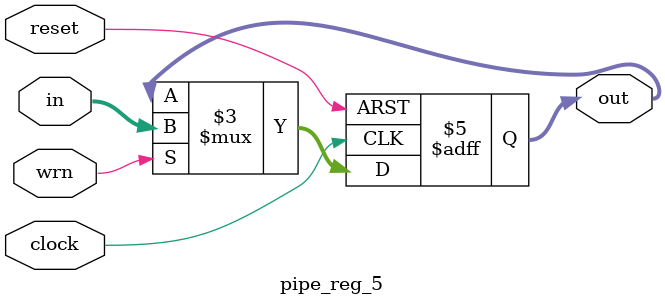
<source format=v>
module pipe_reg_5(
	input [4:0] in,
    input clock,
	input reset,
	input wrn,
	output reg [4:0]out
	);
 
	always @(posedge clock,negedge reset) 
	begin
		if(!reset)
			out <= 5'b00000;
		else 
			if(wrn)
				out <= in;
	end
endmodule 
</source>
